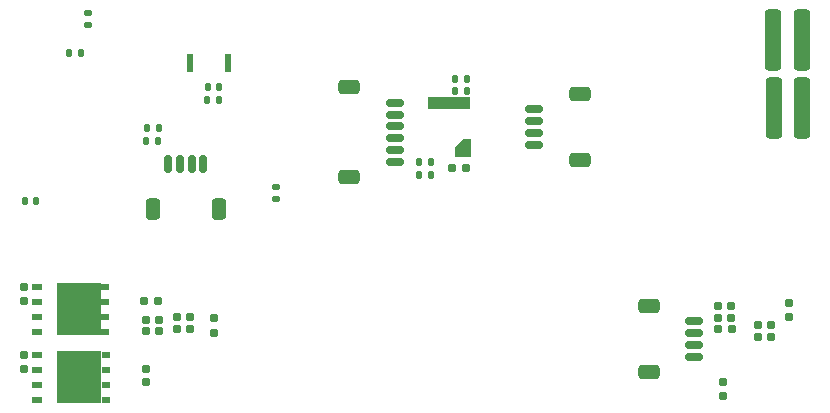
<source format=gbr>
%TF.GenerationSoftware,KiCad,Pcbnew,8.0.5*%
%TF.CreationDate,2024-10-22T02:59:18+02:00*%
%TF.ProjectId,Carte sensors,43617274-6520-4736-956e-736f72732e6b,rev?*%
%TF.SameCoordinates,Original*%
%TF.FileFunction,Paste,Bot*%
%TF.FilePolarity,Positive*%
%FSLAX46Y46*%
G04 Gerber Fmt 4.6, Leading zero omitted, Abs format (unit mm)*
G04 Created by KiCad (PCBNEW 8.0.5) date 2024-10-22 02:59:18*
%MOMM*%
%LPD*%
G01*
G04 APERTURE LIST*
G04 Aperture macros list*
%AMRoundRect*
0 Rectangle with rounded corners*
0 $1 Rounding radius*
0 $2 $3 $4 $5 $6 $7 $8 $9 X,Y pos of 4 corners*
0 Add a 4 corners polygon primitive as box body*
4,1,4,$2,$3,$4,$5,$6,$7,$8,$9,$2,$3,0*
0 Add four circle primitives for the rounded corners*
1,1,$1+$1,$2,$3*
1,1,$1+$1,$4,$5*
1,1,$1+$1,$6,$7*
1,1,$1+$1,$8,$9*
0 Add four rect primitives between the rounded corners*
20,1,$1+$1,$2,$3,$4,$5,0*
20,1,$1+$1,$4,$5,$6,$7,0*
20,1,$1+$1,$6,$7,$8,$9,0*
20,1,$1+$1,$8,$9,$2,$3,0*%
%AMOutline5P*
0 Free polygon, 5 corners , with rotation*
0 The origin of the aperture is its center*
0 number of corners: always 5*
0 $1 to $10 corner X, Y*
0 $11 Rotation angle, in degrees counterclockwise*
0 create outline with 5 corners*
4,1,5,$1,$2,$3,$4,$5,$6,$7,$8,$9,$10,$1,$2,$11*%
%AMOutline6P*
0 Free polygon, 6 corners , with rotation*
0 The origin of the aperture is its center*
0 number of corners: always 6*
0 $1 to $12 corner X, Y*
0 $13 Rotation angle, in degrees counterclockwise*
0 create outline with 6 corners*
4,1,6,$1,$2,$3,$4,$5,$6,$7,$8,$9,$10,$11,$12,$1,$2,$13*%
%AMOutline7P*
0 Free polygon, 7 corners , with rotation*
0 The origin of the aperture is its center*
0 number of corners: always 7*
0 $1 to $14 corner X, Y*
0 $15 Rotation angle, in degrees counterclockwise*
0 create outline with 7 corners*
4,1,7,$1,$2,$3,$4,$5,$6,$7,$8,$9,$10,$11,$12,$13,$14,$1,$2,$15*%
%AMOutline8P*
0 Free polygon, 8 corners , with rotation*
0 The origin of the aperture is its center*
0 number of corners: always 8*
0 $1 to $16 corner X, Y*
0 $17 Rotation angle, in degrees counterclockwise*
0 create outline with 8 corners*
4,1,8,$1,$2,$3,$4,$5,$6,$7,$8,$9,$10,$11,$12,$13,$14,$15,$16,$1,$2,$17*%
G04 Aperture macros list end*
%ADD10RoundRect,0.160000X0.160000X-0.197500X0.160000X0.197500X-0.160000X0.197500X-0.160000X-0.197500X0*%
%ADD11R,0.850000X0.500000*%
%ADD12R,0.800000X0.600000*%
%ADD13R,3.750000X4.410000*%
%ADD14RoundRect,0.135000X0.135000X0.185000X-0.135000X0.185000X-0.135000X-0.185000X0.135000X-0.185000X0*%
%ADD15RoundRect,0.135000X-0.135000X-0.185000X0.135000X-0.185000X0.135000X0.185000X-0.135000X0.185000X0*%
%ADD16RoundRect,0.135000X0.185000X-0.135000X0.185000X0.135000X-0.185000X0.135000X-0.185000X-0.135000X0*%
%ADD17R,0.550000X1.500000*%
%ADD18RoundRect,0.140000X0.140000X0.170000X-0.140000X0.170000X-0.140000X-0.170000X0.140000X-0.170000X0*%
%ADD19RoundRect,0.135000X-0.185000X0.135000X-0.185000X-0.135000X0.185000X-0.135000X0.185000X0.135000X0*%
%ADD20RoundRect,0.155000X0.212500X0.155000X-0.212500X0.155000X-0.212500X-0.155000X0.212500X-0.155000X0*%
%ADD21RoundRect,0.155000X-0.212500X-0.155000X0.212500X-0.155000X0.212500X0.155000X-0.212500X0.155000X0*%
%ADD22RoundRect,0.155000X-0.155000X0.212500X-0.155000X-0.212500X0.155000X-0.212500X0.155000X0.212500X0*%
%ADD23RoundRect,0.160000X-0.160000X0.197500X-0.160000X-0.197500X0.160000X-0.197500X0.160000X0.197500X0*%
%ADD24RoundRect,0.150000X0.625000X-0.150000X0.625000X0.150000X-0.625000X0.150000X-0.625000X-0.150000X0*%
%ADD25RoundRect,0.250000X0.650000X-0.350000X0.650000X0.350000X-0.650000X0.350000X-0.650000X-0.350000X0*%
%ADD26RoundRect,0.250000X0.412500X2.350000X-0.412500X2.350000X-0.412500X-2.350000X0.412500X-2.350000X0*%
%ADD27RoundRect,0.150000X-0.625000X0.150000X-0.625000X-0.150000X0.625000X-0.150000X0.625000X0.150000X0*%
%ADD28RoundRect,0.250000X-0.650000X0.350000X-0.650000X-0.350000X0.650000X-0.350000X0.650000X0.350000X0*%
%ADD29Outline5P,-0.650000X0.100000X0.000000X0.750000X0.650000X0.750000X0.650000X-0.750000X-0.650000X-0.750000X0.000000*%
%ADD30R,3.600000X1.100000*%
%ADD31RoundRect,0.150000X0.150000X0.625000X-0.150000X0.625000X-0.150000X-0.625000X0.150000X-0.625000X0*%
%ADD32RoundRect,0.250000X0.350000X0.650000X-0.350000X0.650000X-0.350000X-0.650000X0.350000X-0.650000X0*%
G04 APERTURE END LIST*
D10*
%TO.C,R22*%
X150295000Y-124602000D03*
X150295000Y-125797000D03*
%TD*%
%TO.C,R20*%
X150235000Y-118886000D03*
X150235000Y-120081000D03*
%TD*%
D11*
%TO.C,Q2*%
X151345000Y-122635000D03*
X151345000Y-121365000D03*
X151345000Y-120095000D03*
X151345000Y-118825000D03*
D12*
X157170000Y-118825000D03*
X157170000Y-120095000D03*
X157170000Y-121365000D03*
X157170000Y-122635000D03*
D13*
X154895000Y-120730000D03*
%TD*%
%TO.C,Q1*%
X154925000Y-126490000D03*
D12*
X157200000Y-128395000D03*
X157200000Y-127125000D03*
X157200000Y-125855000D03*
X157200000Y-124585000D03*
D11*
X151375000Y-124585000D03*
X151375000Y-125855000D03*
X151375000Y-127125000D03*
X151375000Y-128395000D03*
%TD*%
D14*
%TO.C,R3*%
X161670000Y-105370000D03*
X160650000Y-105370000D03*
%TD*%
D15*
%TO.C,R5*%
X165760000Y-102990000D03*
X166780000Y-102990000D03*
%TD*%
D16*
%TO.C,R2*%
X155730000Y-96650000D03*
X155730000Y-95630000D03*
%TD*%
D17*
%TO.C,SW1*%
X167540000Y-99885000D03*
X164290000Y-99885000D03*
%TD*%
D18*
%TO.C,C2*%
X151280000Y-111620000D03*
X150320000Y-111620000D03*
%TD*%
D19*
%TO.C,R6*%
X171600000Y-110430000D03*
X171600000Y-111450000D03*
%TD*%
D14*
%TO.C,R4*%
X161640000Y-106460000D03*
X160620000Y-106460000D03*
%TD*%
D20*
%TO.C,C17*%
X160565000Y-122592500D03*
X161700000Y-122592500D03*
%TD*%
D21*
%TO.C,C15*%
X164352500Y-122432500D03*
X163217500Y-122432500D03*
%TD*%
D20*
%TO.C,C14*%
X160467500Y-120022500D03*
X161602500Y-120022500D03*
%TD*%
D22*
%TO.C,C26*%
X160625000Y-126930000D03*
X160625000Y-125795000D03*
%TD*%
D20*
%TO.C,C16*%
X160565000Y-121622500D03*
X161700000Y-121622500D03*
%TD*%
D23*
%TO.C,R16*%
X166325000Y-122722500D03*
X166325000Y-121527500D03*
%TD*%
D15*
%TO.C,R1*%
X154070000Y-99090000D03*
X155090000Y-99090000D03*
%TD*%
D21*
%TO.C,C13*%
X164335000Y-121422500D03*
X163200000Y-121422500D03*
%TD*%
D18*
%TO.C,C1*%
X166780000Y-101890000D03*
X165820000Y-101890000D03*
%TD*%
D10*
%TO.C,R19*%
X215010000Y-121417500D03*
X215010000Y-120222500D03*
%TD*%
D20*
%TO.C,C22*%
X210167500Y-120490000D03*
X209032500Y-120490000D03*
%TD*%
D15*
%TO.C,R17*%
X183720000Y-108250000D03*
X184740000Y-108250000D03*
%TD*%
D24*
%TO.C,J4*%
X207025000Y-124780000D03*
X207025000Y-123780000D03*
X207025000Y-122780000D03*
X207025000Y-121780000D03*
D25*
X203150000Y-126080000D03*
X203150000Y-120480000D03*
%TD*%
D26*
%TO.C,R10*%
X216140000Y-97970000D03*
X213715000Y-97970000D03*
%TD*%
D21*
%TO.C,C10*%
X186542500Y-108800000D03*
X187677500Y-108800000D03*
%TD*%
D22*
%TO.C,C28*%
X209490000Y-126935000D03*
X209490000Y-128070000D03*
%TD*%
D21*
%TO.C,C21*%
X212412500Y-123072500D03*
X213547500Y-123072500D03*
%TD*%
D15*
%TO.C,R18*%
X183700000Y-109420000D03*
X184720000Y-109420000D03*
%TD*%
D18*
%TO.C,C4*%
X187760000Y-102230000D03*
X186800000Y-102230000D03*
%TD*%
D20*
%TO.C,C23*%
X210177500Y-122410000D03*
X209042500Y-122410000D03*
%TD*%
D21*
%TO.C,C20*%
X212412500Y-122092500D03*
X213547500Y-122092500D03*
%TD*%
D26*
%TO.C,R15*%
X216180000Y-103730000D03*
X213755000Y-103730000D03*
%TD*%
D18*
%TO.C,C3*%
X187760000Y-101230000D03*
X186800000Y-101230000D03*
%TD*%
D20*
%TO.C,C24*%
X210167500Y-121460000D03*
X209032500Y-121460000D03*
%TD*%
D27*
%TO.C,J3*%
X193465000Y-103800000D03*
X193465000Y-104800000D03*
X193465000Y-105800000D03*
X193465000Y-106800000D03*
D28*
X197340000Y-102500000D03*
X197340000Y-108100000D03*
%TD*%
D24*
%TO.C,J2*%
X181650000Y-108260000D03*
X181650000Y-107260000D03*
X181650000Y-106260000D03*
X181650000Y-105260000D03*
X181650000Y-104260000D03*
X181650000Y-103260000D03*
D25*
X177775000Y-109560000D03*
X177775000Y-101960000D03*
%TD*%
D29*
%TO.C,BT1*%
X187440000Y-107080000D03*
D30*
X186290000Y-103290000D03*
%TD*%
D31*
%TO.C,J1*%
X165460000Y-108420000D03*
X164460000Y-108420000D03*
X163460000Y-108420000D03*
X162460000Y-108420000D03*
D32*
X166760000Y-112295000D03*
X161160000Y-112295000D03*
%TD*%
M02*

</source>
